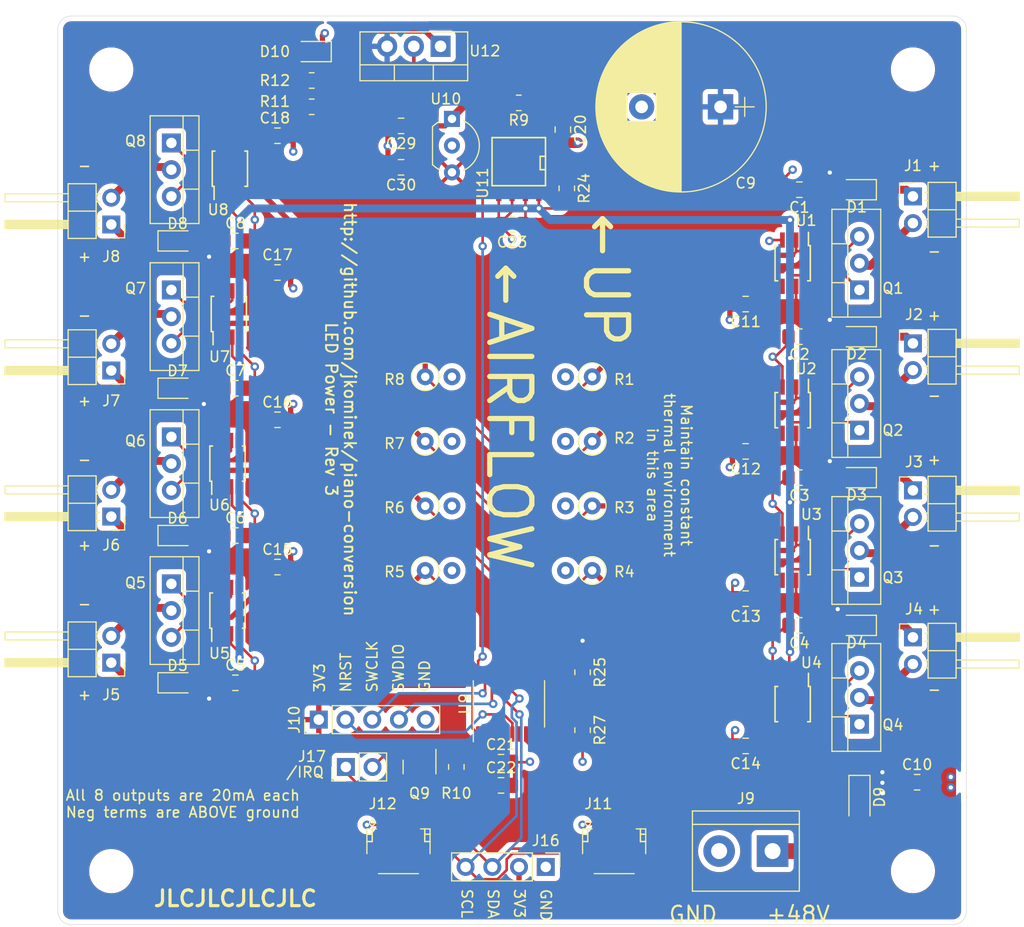
<source format=kicad_pcb>
(kicad_pcb (version 20211014) (generator pcbnew)
  (layers (0 "F.Cu" signal) (1 "In1.Cu" signal) (2 "In2.Cu" signal) (31 "B.Cu" signal) (34 "B.Paste" user) (35 "F.Paste" user) (36 "B.SilkS" user "B.Silkscreen") (37 "F.SilkS" user "F.Silkscreen") (38 "B.Mask" user) (39 "F.Mask" user) (44 "Edge.Cuts" user))
  (net 0 "")
  (net 1 "GND")
  (net 2 "+48V")
  (net 3 "+5V")
  (net 4 "Net-(J1-Pad2)")
  (net 5 "Net-(J2-Pad2)")
  (net 6 "Net-(J3-Pad2)")
  (net 7 "Net-(J4-Pad2)")
  (net 8 "Net-(J5-Pad2)")
  (net 9 "Net-(J6-Pad2)")
  (net 10 "Net-(J7-Pad2)")
  (net 11 "Net-(J8-Pad2)")
  (net 12 "Net-(Q1-Pad1)")
  (net 13 "Net-(Q2-Pad1)")
  (net 14 "Net-(Q3-Pad1)")
  (net 15 "Net-(Q4-Pad1)")
  (net 16 "Net-(Q5-Pad1)")
  (net 17 "Net-(Q6-Pad1)")
  (net 18 "Net-(Q7-Pad1)")
  (net 19 "Net-(Q8-Pad1)")
  (net 20 "/VREF")
  (net 21 "Net-(C1-Pad1)")
  (net 22 "Net-(C2-Pad1)")
  (net 23 "Net-(C3-Pad1)")
  (net 24 "Net-(C4-Pad1)")
  (net 25 "Net-(C5-Pad1)")
  (net 26 "Net-(C6-Pad1)")
  (net 27 "Net-(C7-Pad1)")
  (net 28 "Net-(C8-Pad1)")
  (net 29 "Net-(D9-Pad2)")
  (net 30 "Net-(D10-Pad2)")
  (net 31 "+3V3")
  (net 32 "/SDA")
  (net 33 "/SCL")
  (net 34 "/Feedback1")
  (net 35 "/Feedback2")
  (net 36 "/Feedback3")
  (net 37 "/Feedback4")
  (net 38 "/Feedback5")
  (net 39 "/Feedback6")
  (net 40 "/Feedback7")
  (net 41 "/Feedback8")
  (net 42 "Net-(R11-Pad2)")
  (net 43 "/~{SHDN}")
  (net 44 "/48V_SENSE")
  (net 45 "Net-(J17-Pad1)")
  (net 46 "+12V")
  (net 47 "/NRST")
  (net 48 "/SWCLK")
  (net 49 "/SWDIO")
  (net 76 "Net-(Q9-Pad1)")
  (net 77 "/IRQ")
  (footprint "Capacitor_SMD:C_0805_2012Metric_Pad1.18x1.45mm_HandSolder" (layer "F.Cu") (at 141.605 87.63 180)
    (fp_text reference "C1")
    (fp_text value ".1uF")
  )
  (footprint "Capacitor_SMD:C_0805_2012Metric_Pad1.18x1.45mm_HandSolder" (layer "F.Cu") (at 141.605 115 180)
    (fp_text reference "C3")
    (fp_text value ".1uF")
  )
  (footprint "Capacitor_SMD:C_0805_2012Metric_Pad1.18x1.45mm_HandSolder" (layer "F.Cu") (at 141.605 129.04 180)
    (fp_text reference "C4")
    (fp_text value ".1uF")
  )
  (footprint "Capacitor_SMD:C_0805_2012Metric_Pad1.18x1.45mm_HandSolder" (layer "F.Cu") (at 88 134.5)
    (fp_text reference "C5")
    (fp_text value ".1uF")
  )
  (footprint "Capacitor_SMD:C_0805_2012Metric_Pad1.18x1.45mm_HandSolder" (layer "F.Cu") (at 88 120.5)
    (fp_text reference "C6")
    (fp_text value ".1uF")
  )
  (footprint "Capacitor_SMD:C_0805_2012Metric_Pad1.18x1.45mm_HandSolder" (layer "F.Cu") (at 88 106.5)
    (fp_text reference "C7")
    (fp_text value ".1uF")
  )
  (footprint "Capacitor_SMD:C_0805_2012Metric_Pad1.18x1.45mm_HandSolder" (layer "F.Cu") (at 88 92.5)
    (fp_text reference "C8")
    (fp_text value ".1uF")
  )
  (footprint "Capacitors_THT:CP_Radial_D16.0mm_P7.50mm" (layer "F.Cu") (at 134.112 79.756 180)
    (fp_text reference "C9")
    (fp_text value "Lots")
  )
  (footprint "Capacitor_SMD:C_0805_2012Metric_Pad1.18x1.45mm_HandSolder" (layer "F.Cu") (at 152.8 143.95)
    (fp_text reference "C10")
    (fp_text value ".1uF")
  )
  (footprint "Pin_Headers:Pin_Header_Angled_1x02_Pitch2.54mm" (layer "F.Cu") (at 76.2 132.588 180)
    (fp_text reference "J5")
    (fp_text value "String5")
  )
  (footprint "Pin_Headers:Pin_Header_Angled_1x02_Pitch2.54mm" (layer "F.Cu") (at 76.2 118.702666 180)
    (fp_text reference "J6")
    (fp_text value "String6")
  )
  (footprint "Pin_Headers:Pin_Header_Angled_1x02_Pitch2.54mm" (layer "F.Cu") (at 76.2 104.817333 180)
    (fp_text reference "J7")
    (fp_text value "String7")
  )
  (footprint "Pin_Headers:Pin_Header_Angled_1x02_Pitch2.54mm" (layer "F.Cu") (at 76.2 90.932 180)
    (fp_text reference "J8")
    (fp_text value "String8")
  )
  (footprint "Resistors_THT:R_Axial_DIN0207_L6.3mm_D2.5mm_P2.54mm_Vertical" (layer "F.Cu") (at 121.92 105.41 180)
    (fp_text reference "R1")
    (fp_text value "100")
  )
  (footprint "Resistors_THT:R_Axial_DIN0207_L6.3mm_D2.5mm_P2.54mm_Vertical" (layer "F.Cu") (at 121.92 111.548333 180)
    (fp_text reference "R2")
    (fp_text value "100")
  )
  (footprint "Resistors_THT:R_Axial_DIN0207_L6.3mm_D2.5mm_P2.54mm_Vertical" (layer "F.Cu") (at 121.92 117.686666 180)
    (fp_text reference "R3")
    (fp_text value "100")
  )
  (footprint "Resistors_THT:R_Axial_DIN0207_L6.3mm_D2.5mm_P2.54mm_Vertical" (layer "F.Cu") (at 121.92 123.825 180)
    (fp_text reference "R4")
    (fp_text value "100")
  )
  (footprint "Resistors_THT:R_Axial_DIN0207_L6.3mm_D2.5mm_P2.54mm_Vertical" (layer "F.Cu") (at 106.045 123.825)
    (fp_text reference "R5")
    (fp_text value "100")
  )
  (footprint "Resistors_THT:R_Axial_DIN0207_L6.3mm_D2.5mm_P2.54mm_Vertical" (layer "F.Cu") (at 106.045 117.686666)
    (fp_text reference "R6")
    (fp_text value "100")
  )
  (footprint "Resistors_THT:R_Axial_DIN0207_L6.3mm_D2.5mm_P2.54mm_Vertical" (layer "F.Cu") (at 106.045 111.548333)
    (fp_text reference "R7")
    (fp_text value "100")
  )
  (footprint "Resistors_THT:R_Axial_DIN0207_L6.3mm_D2.5mm_P2.54mm_Vertical" (layer "F.Cu") (at 106.045 105.41)
    (fp_text reference "R8")
    (fp_text value "100")
  )
  (footprint "Pin_Headers:Pin_Header_Angled_1x02_Pitch2.54mm" (layer "F.Cu") (at 152.4 116.205)
    (fp_text reference "J3")
    (fp_text value "String3")
  )
  (footprint "Capacitor_SMD:C_0805_2012Metric_Pad1.18x1.45mm_HandSolder" (layer "F.Cu") (at 141.605 101.6 180)
    (fp_text reference "C2")
    (fp_text value ".1uF")
  )
  (footprint "Pin_Headers:Pin_Header_Angled_1x02_Pitch2.54mm" (layer "F.Cu") (at 152.4 102.235)
    (fp_text reference "J2")
    (fp_text value "String2")
  )
  (footprint "Pin_Headers:Pin_Header_Angled_1x02_Pitch2.54mm" (layer "F.Cu") (at 152.4 88.265)
    (fp_text reference "J1")
    (fp_text value "String1")
  )
  (footprint "Pin_Headers:Pin_Header_Angled_1x02_Pitch2.54mm" (layer "F.Cu") (at 152.4 130.175)
    (fp_text reference "J4")
    (fp_text value "String4")
  )
  (footprint "LED_SMD:LED_0805_2012Metric_Pad1.15x1.40mm_HandSolder" (layer "F.Cu") (at 147.066 87.63 180)
    (fp_text reference "D1")
    (fp_text value "LED")
  )
  (footprint "LED_SMD:LED_0805_2012Metric_Pad1.15x1.40mm_HandSolder" (layer "F.Cu") (at 147.066 115 180)
    (fp_text reference "D3")
    (fp_text value "LED")
  )
  (footprint "LED_SMD:LED_0805_2012Metric_Pad1.15x1.40mm_HandSolder" (layer "F.Cu") (at 147.066 129.04 180)
    (fp_text reference "D4")
    (fp_text value "LED")
  )
  (footprint "LED_SMD:LED_0805_2012Metric_Pad1.15x1.40mm_HandSolder" (layer "F.Cu") (at 82.5 134.5)
    (fp_text reference "D5")
    (fp_text value "LED")
  )
  (footprint "LED_SMD:LED_0805_2012Metric_Pad1.15x1.40mm_HandSolder" (layer "F.Cu") (at 82.5 120.5)
    (fp_text reference "D6")
    (fp_text value "LED")
  )
  (footprint "LED_SMD:LED_0805_2012Metric_Pad1.15x1.40mm_HandSolder" (layer "F.Cu") (at 82.5 106.5)
    (fp_text reference "D7")
    (fp_text value "LED")
  )
  (footprint "Connectors_Terminal_Blocks:TerminalBlock_bornier-2_P5.08mm" (layer "F.Cu") (at 139.061 150.495 180)
    (fp_text reference "J9")
    (fp_text value "PowerInput")
  )
  (footprint "LED_SMD:LED_0805_2012Metric_Pad1.15x1.40mm_HandSolder" (layer "F.Cu") (at 147.066 101.6 180)
    (fp_text reference "D2")
    (fp_text value "LED")
  )
  (footprint "Capacitor_SMD:C_0805_2012Metric_Pad1.18x1.45mm_HandSolder" (layer "F.Cu") (at 136.5 98.5 180)
    (fp_text reference "C11")
    (fp_text value ".1uF")
  )
  (footprint "Capacitor_SMD:C_0805_2012Metric_Pad1.18x1.45mm_HandSolder" (layer "F.Cu") (at 136.5 112.5 180)
    (fp_text reference "C12")
    (fp_text value ".1uF")
  )
  (footprint "Capacitor_SMD:C_0805_2012Metric_Pad1.18x1.45mm_HandSolder" (layer "F.Cu") (at 136.5 126.5 180)
    (fp_text reference "C13")
    (fp_text value ".1uF")
  )
  (footprint "Capacitor_SMD:C_0805_2012Metric_Pad1.18x1.45mm_HandSolder" (layer "F.Cu") (at 136.5 140.5 180)
    (fp_text reference "C14")
    (fp_text value ".1uF")
  )
  (footprint "Capacitor_SMD:C_0805_2012Metric_Pad1.18x1.45mm_HandSolder" (layer "F.Cu") (at 92 123.5)
    (fp_text reference "C15")
    (fp_text value ".1uF")
  )
  (footprint "Capacitor_SMD:C_0805_2012Metric_Pad1.18x1.45mm_HandSolder" (layer "F.Cu") (at 92 109.5)
    (fp_text reference "C16")
    (fp_text value ".1uF")
  )
  (footprint "Capacitor_SMD:C_0805_2012Metric_Pad1.18x1.45mm_HandSolder" (layer "F.Cu") (at 92 95.5)
    (fp_text reference "C17")
    (fp_text value ".1uF")
  )
  (footprint "Capacitor_SMD:C_0805_2012Metric_Pad1.18x1.45mm_HandSolder" (layer "F.Cu") (at 92 82.5)
    (fp_text reference "C18")
    (fp_text value ".1uF")
  )
  (footprint "SMD_Packages:SOIC-8-N" (layer "F.Cu") (at 114.935 84.963 180)
    (fp_text reference "U11")
    (fp_text value "MCP1501")
  )
  (footprint "Capacitor_SMD:C_0805_2012Metric_Pad1.18x1.45mm_HandSolder" (layer "F.Cu") (at 103.75 81.563 180)
    (fp_text reference "C29")
    (fp_text value "2.2uF")
  )
  (footprint "Capacitor_SMD:C_0805_2012Metric_Pad1.18x1.45mm_HandSolder" (layer "F.Cu") (at 119.126 81.915 -90)
    (fp_text reference "C20")
    (fp_text value ".1uF")
  )
  (footprint "Capacitor_SMD:C_0805_2012Metric_Pad1.18x1.45mm_HandSolder" (layer "F.Cu") (at 103.75 85.5 180)
    (fp_text reference "C30")
    (fp_text value ".1uF")
  )
  (footprint "TO_SOT_Packages_THT:TO-220-3_Vertical" (layer "F.Cu") (at 147.32 97.155 90)
    (fp_text reference "Q1")
    (fp_text value "Q_NMOS_GDS")
  )
  (footprint "TO_SOT_Packages_THT:TO-220-3_Vertical" (layer "F.Cu") (at 147.32 110.49 90)
    (fp_text reference "Q2")
    (fp_text value "Q_NMOS_GDS")
  )
  (footprint "TO_SOT_Packages_THT:TO-220-3_Vertical" (layer "F.Cu") (at 147.32 124.46 90)
    (fp_text reference "Q3")
    (fp_text value "Q_NMOS_GDS")
  )
  (footprint "TO_SOT_Packages_THT:TO-220-3_Vertical" (layer "F.Cu") (at 147.32 138.43 90)
    (fp_text reference "Q4")
    (fp_text value "Q_NMOS_GDS")
  )
  (footprint "TO_SOT_Packages_THT:TO-220-3_Vertical" (layer "F.Cu") (at 81.915 125.095 -90)
    (fp_text reference "Q5")
    (fp_text value "Q_NMOS_GDS")
  )
  (footprint "TO_SOT_Packages_THT:TO-220-3_Vertical" (layer "F.Cu") (at 81.915 111.125 -90)
    (fp_text reference "Q6")
    (fp_text value "Q_NMOS_GDS")
  )
  (footprint "TO_SOT_Packages_THT:TO-220-3_Vertical" (layer "F.Cu") (at 81.915 97.155 -90)
    (fp_text reference "Q7")
    (fp_text value "Q_NMOS_GDS")
  )
  (footprint "TO_SOT_Packages_THT:TO-220-3_Vertical" (layer "F.Cu") (at 81.915 83.185 -90)
    (fp_text reference "Q8")
    (fp_text value "Q_NMOS_GDS")
  )
  (footprint "Housings_SSOP:MSOP-8_3x3mm_Pitch0.65mm" (layer "F.Cu") (at 140.97 108.585 -90)
    (fp_text reference "U2")
    (fp_text value "MCP6V51")
  )
  (footprint "Housings_SSOP:MSOP-8_3x3mm_Pitch0.65mm" (layer "F.Cu") (at 140.97 122.555 -90)
    (fp_text reference "U3")
    (fp_text value "MCP6V51")
  )
  (footprint "Housings_SSOP:MSOP-8_3x3mm_Pitch0.65mm" (layer "F.Cu") (at 140.97 136.525 -90)
    (fp_text reference "U4")
    (fp_text value "MCP6V51")
  )
  (footprint "Housings_SSOP:MSOP-8_3x3mm_Pitch0.65mm" (layer "F.Cu") (at 87.249 127.635 90)
    (fp_text reference "U5")
    (fp_text value "MCP6V51")
  )
  (footprint "Housings_SSOP:MSOP-8_3x3mm_Pitch0.65mm" (layer "F.Cu") (at 87.249 113.665 90)
    (fp_text reference "U6")
    (fp_text value "MCP6V51")
  )
  (footprint "Housings_SSOP:MSOP-8_3x3mm_Pitch0.65mm" (layer "F.Cu") (at 87.376 99.441 90)
    (fp_text reference "U7")
    (fp_text value "MCP6V51")
  )
  (footprint "Housings_SSOP:MSOP-8_3x3mm_Pitch0.65mm" (layer "F.Cu") (at 87.47506 85.63356 90)
    (fp_text reference "U8")
    (fp_text value "MCP6V51")
  )
  (footprint "LED_SMD:LED_0805_2012Metric_Pad1.15x1.40mm_HandSolder" (layer "F.Cu") (at 82.5 92.5)
    (fp_text reference "D8")
    (fp_text value "LED")
  )
  (footprint "Housings_SSOP:MSOP-8_3x3mm_Pitch0.65mm" (layer "F.Cu") (at 140.97 94.615 -90)
    (fp_text reference "U1")
    (fp_text value "MCP6V51")
  )
  (footprint "Diodes_SMD:D_SOD-123F" (layer "F.Cu") (at 147.32 145.5 -90)
    (fp_text reference "D9")
    (fp_text value "D_Small_ALT")
  )
  (footprint "Connectors_JST:JST_SH_SM04B-SRSS-TB_04x1.00mm_Angled" (layer "F.Cu") (at 124 150)
    (fp_text reference "J11")
    (fp_text value "Qwiic")
  )
  (footprint "Capacitor_SMD:C_0805_2012Metric_Pad1.18x1.45mm_HandSolder" (layer "F.Cu") (at 113.25 142.0475)
    (fp_text reference "C21")
    (fp_text value "4.7uF")
  )
  (footprint "Capacitor_SMD:C_0805_2012Metric_Pad1.18x1.45mm_HandSolder" (layer "F.Cu") (at 113.25 144.25)
    (fp_text reference "C22")
    (fp_text value "0.1uF")
  )
  (footprint "Resistor_SMD:R_0805_2012Metric_Pad1.20x1.40mm_HandSolder" (layer "F.Cu") (at 114.935 79.375 180)
    (fp_text reference "R9")
    (fp_text value "3600")
  )
  (footprint "Capacitor_SMD:C_0805_2012Metric_Pad1.18x1.45mm_HandSolder" (layer "F.Cu") (at 114.3 90.932 180)
    (fp_text reference "C23")
    (fp_text value "300pF")
  )
  (footprint "TO_SOT_Packages_THT:TO-92_Inline_Wide" (layer "F.Cu") (at 108.585 80.899 -90)
    (fp_text reference "U10")
    (fp_text value "L78L05ACZ-AP")
  )
  (footprint "Connectors_JST:JST_SH_SM04B-SRSS-TB_04x1.00mm_Angled" (layer "F.Cu") (at 103.5 150)
    (fp_text reference "J12")
    (fp_text value "Qwiic")
  )
  (footprint "MountingHole:MountingHole_3.2mm_M3" (layer "F.Cu") (at 152.4 76.2)
    (fp_text reference "H1" hide)
    (fp_text value "MountingHole_Pad")
  )
  (footprint "MountingHole:MountingHole_3.2mm_M3" (layer "F.Cu") (at 152.4 152.4)
    (fp_text reference "H2" hide)
    (fp_text value "MountingHole_Pad")
  )
  (footprint "MountingHole:MountingHole_3.2mm_M3" (layer "F.Cu") (at 76.2 152.4)
    (fp_text reference "H3" hide)
    (fp_text value "MountingHole_Pad")
  )
  (footprint "MountingHole:MountingHole_3.2mm_M3" (layer "F.Cu") (at 76.2 76.2)
    (fp_text reference "H4" hide)
    (fp_text value "MountingHole_Pad")
  )
  (footprint "Pin_Headers:Pin_Header_Straight_1x04_Pitch2.54mm" (layer "F.Cu") (at 117.5 152 -90)
    (fp_text reference "J16")
    (fp_text value "I2C Header")
  )
  (footprint "Resistor_SMD:R_0805_2012Metric_Pad1.20x1.40mm_HandSolder" (layer "F.Cu") (at 119.5 87.5 -90)
    (fp_text reference "R24")
    (fp_text value "2400")
  )
  (footprint "Resistor_SMD:R_0805_2012Metric_Pad1.20x1.40mm_HandSolder" (layer "F.Cu") (at 121 133.5 -90)
    (fp_text reference "R25")
    (fp_text value "110k")
  )
  (footprint "Resistor_SMD:R_0805_2012Metric_Pad1.20x1.40mm_HandSolder" (layer "F.Cu") (at 121 139 -90)
    (fp_text reference "R27")
    (fp_text value "4.7k")
  )
  (footprint "Pin_Headers:Pin_Header_Straight_1x02_Pitch2.54mm" (layer "F.Cu") (at 98.5 142.5 90)
    (fp_text reference "J17")
    (fp_text value "IRQ")
  )
  (footprint "LED_SMD:LED_0805_2012Metric_Pad1.15x1.40mm_HandSolder" (layer "F.Cu") (at 95.25 74.5 180)
    (fp_text reference "D10")
    (fp_text value "2.2Vf")
  )
  (footprint "Package_TO_SOT_SMD:SOT-23" (layer "F.Cu") (at 105.5 142.5 -90)
    (fp_text reference "Q9")
    (fp_text value "Q_NPN_BEC")
  )
  (footprint "Resistor_SMD:R_0805_2012Metric_Pad1.20x1.40mm_HandSolder" (layer "F.Cu") (at 109 142.5 90)
    (fp_text reference "R10")
    (fp_text value "10k")
  )
  (footprint "Resistor_SMD:R_0805_2012Metric_Pad1.20x1.40mm_HandSolder" (layer "F.Cu") (at 95.25 77.25 180)
    (fp_text reference "R12")
    (fp_text value "6800")
  )
  (footprint "Connector_PinHeader_2.54mm:PinHeader_1x05_P2.54mm_Vertical" (layer "F.Cu") (at 95.925 138 90)
    (fp_text reference "J10")
    (fp_text value "Conn_01x05_Male")
  )
  (footprint "Package_TO_SOT_THT:TO-220-3_Vertical" (layer "F.Cu") (at 107.5 74 180)
    (fp_text reference "U12")
    (fp_text value "LM317_TO-220")
  )
  (footprint "Package_SO:TSSOP-20_4.4x6.5mm_P0.65mm" (layer "F.Cu") (at 114 136.5 90)
    (fp_text reference "U9")
    (fp_text value "STM32G030Fx")
  )
  (footprint "Resistor_SMD:R_0805_2012Metric_Pad1.20x1.40mm_HandSolder" (layer "F.Cu") (at 95.25 79.75)
    (fp_text reference "R11")
    (fp_text value "1000")
  )
  (gr_line (start 71.12 156.21) (end 71.12 72.39) (layer "Edge.Cuts") (width 0.05))
  (gr_line (start 157.48 72.39) (end 157.48 156.21) (layer "Edge.Cuts") (width 0.05))
  (gr_arc (start 72.39 157.48) (mid 71.491974 157.108026) (end 71.12 156.21) (layer "Edge.Cuts") (width 0.05))
  (gr_arc (start 157.48 156.21) (mid 157.108026 157.108026) (end 156.21 157.48) (layer "Edge.Cuts") (width 0.05))
  (gr_arc (start 156.21 71.12) (mid 157.108026 71.491974) (end 157.48 72.39) (layer "Edge.Cuts") (width 0.05))
  (gr_arc (start 71.12 72.39) (mid 71.491974 71.491974) (end 72.39 71.12) (layer "Edge.Cuts") (width 0.05))
  (gr_line (start 72.39 71.12) (end 156.21 71.12) (layer "Edge.Cuts") (width 0.05))
  (gr_line (start 156.21 157.48) (end 72.39 157.48) (layer "Edge.Cuts") (width 0.05))
  (gr_text "+" (at 73.66 107.696) (layer "F.SilkS") (effects (font (size 1 1))))
  (gr_text "+" (at 73.66 121.412) (layer "F.SilkS") (effects (font (size 1 1))))
  (gr_text "+" (at 73.66 135.636) (layer "F.SilkS") (effects (font (size 1 1))))
  (gr_text "+" (at 154.432 127.508) (layer "F.SilkS") (effects (font (size 1 1))))
  (gr_text "+" (at 154.432 113.284) (layer "F.SilkS") (effects (font (size 1 1))))
  (gr_text "+" (at 154.432 99.568) (layer "F.SilkS") (effects (font (size 1 1))))
  (gr_text "+" (at 154.432 85.344) (layer "F.SilkS") (effects (font (size 1 1))))
  (gr_text "-" (at 154.432 93.472) (layer "F.SilkS") (effects (font (size 1 1))))
  (gr_text "-" (at 154.432 107.188) (layer "F.SilkS") (effects (font (size 1 1))))
  (gr_text "-" (at 154.432 121.412) (layer "F.SilkS") (effects (font (size 1 1))))
  (gr_text "-" (at 154.432 135.128) (layer "F.SilkS") (effects (font (size 1 1))))
  (gr_text "-" (at 73.66 127) (layer "F.SilkS") (effects (font (size 1 1))))
  (gr_text "-" (at 73.66 113.284) (layer "F.SilkS") (effects (font (size 1 1))))
  (gr_text "-" (at 73.66 99.568) (layer "F.SilkS") (effects (font (size 1 1))))
  (gr_text "-" (at 73.66 85.344) (layer "F.SilkS") (effects (font (size 1 1))))
  (gr_text "SCL" (at 110 154 270) (layer "F.SilkS") (effects (font (size 1 1)) (justify left)))
  (gr_text "All 8 outputs are 20mA each\nNeg terms are ABOVE ground" (at 83 146) (layer "F.SilkS") (effects (font (size 1 1))))
  (gr_text "/IRQ" (at 96.5 143) (layer "F.SilkS") (effects (font (size 1 1)) (justify right)))
  (gr_text "3V3" (at 115 154 270) (layer "F.SilkS") (effects (font (size 1 1)) (justify left)))
  (gr_text "GND" (at 105.983984 135.485884 90) (layer "F.SilkS") (effects (font (size 1 1)) (justify left)))
  (gr_text "←AIRFLOW" (at 114 109 270) (layer "F.SilkS") (effects (font (size 4 4) (thickness 0.5))))
  (gr_text "GND" (at 117.5 154 270) (layer "F.SilkS") (effects (font (size 1 1)) (justify left)))
  (gr_text "JLCJLCJLCJLC" (at 88 155) (layer "F.SilkS") (effects (font (size 1.5 1.5) (thickness 0.3))))
  (gr_text "NRST" (at 98.5 135.5 90) (layer "F.SilkS") (effects (font (size 1 1)) (justify left)))
  (gr_text "SWCLK" (at 101 135.5 90) (layer "F.SilkS") (effects (font (size 1 1)) (justify left)))
  (gr_text "SWDIO" (at 103.5 135.5 90) (layer "F.SilkS") (effects (font (size 1 1)) (justify left)))
  (gr_text "Maintain constant\nthermal environment\nin this area" (at 129.25 114.75 270) (layer "F.SilkS") (effects (font (size 1 1))))
  (gr_text "http://github.com/jkominek/piano-conversion\nLED Power - Rev 3" (at 98 108.5 270) (layer "F.SilkS") (effects (font (size 1.1 1.1) (thickness 0.18))))
  (gr_text "←UP" (at 123.2 96 270) (layer "F.SilkS") (effects (font (size 4 4) (thickness 0.5))))
  (gr_text "+" (at 73.66 93.98) (layer "F.SilkS") (effects (font (size 1 1))))
  (gr_text "GND" (at 131.5 156.5) (layer "F.SilkS") (effects (font (size 1.5 1.5) (thickness 0.2))))
  (gr_text "SDA" (at 112.5 154 270) (layer "F.SilkS") (effects (font (size 1 1)) (justify left)))
  (gr_text "+48V" (at 141.5 156.5) (layer "F.SilkS") (effects (font (size 1.5 1.5) (thickness 0.2))))
  (gr_text "3V3" (at 96 135.5 90) (layer "F.SilkS") (effects (font (size 1 1)) (justify left)))
  (segment (start 120.543 83.165) (end 119.126 83.165) (width 1) (layer "F.Cu") (net 1))
  (segment (start 113.03 81.788) (end 113.03 83.145) (width 0.25) (layer "F.Cu") (net 1))
  (segment (start 115.55 83.165) (end 113.05 83.165) (width 0.75) (layer "F.Cu") (net 1))
  (segment (start 113.05 83.165) (end 112.4745 83.165) (width 0.75) (layer "F.Cu") (net 1))
  (segment (start 115.55 83.165) (end 115.55 81.808) (width 0.25) (layer "F.Cu") (net 1))
  (segment (start 115.55 81.808) (end 115.57 81.788) (width 0.25) (layer "F.Cu") (net 1))
  (segment (start 113.03 83.145) (end 113.05 83.165) (width 0.25) (layer "F.Cu") (net 1))
  (segment (start 119.126 83.165) (end 115.55 83.165) (width 0.75) (layer "F.Cu") (net 1))
  (segment (start 139.995 106.385) (end 139.995 104.435) (width 0.25) (layer "F.Cu") (net 1))
  (segment (start 93.25 96.75) (end 93.5 97) (width 0.5) (layer "F.Cu") (net 1))
  (segment (start 89.8425 118.4175) (end 89.8425 119.9075) (width 0.25) (layer "F.Cu") (net 1))
  (segment (start 122.5 147.9225) (end 121.0775 147.9225) (width 0.25) (layer "F.Cu") (net 1))
  (segment (start 140.355 102.469) (end 139.319 103.505) (width 0.25) (layer "F.Cu") (net 1))
  (segment (start 102.5 85.5) (end 102.5 85.373) (width 0.5) (layer "F.Cu") (net 1))
  (segment (start 102.5 85.5) (end 102.5 83.488) (width 0.5) (layer "F.Cu") (net 1))
  (segment (start 135.25 113.75) (end 135 114) (width 0.5) (layer "F.Cu") (net 1))
  (segment (start 135.25 125.25) (end 135.5 125) (width 0.25) (layer "F.Cu") (net 1))
  (segment (start 102.5 83.488) (end 102.48 83.468) (width 0.25) (layer "F.Cu") (net 1))
  (segment (start 139.995 92.415) (end 138.835 92.415) (width 0.25) (layer "F.Cu") (net 1))
  (segment (start 139.995 118.405) (end 139.065 117.475) (width 0.25) (layer "F.Cu") (net 1))
  (segment (start 114.5 142.0475) (end 115.9525 142.0475) (width 0.25) (layer "F.Cu") (net 1))
  (segment (start 140.355 101.6) (end 140.355 102.469) (width 0.25) (layer "F.Cu") (net 1))
  (segment (start 114.3 92.329) (end 114.3 92.182) (width 0.25) (layer "F.Cu") (net 1))
  (segment (start 93.25 123.5) (end 93.25 122.25) (width 0.5) (layer "F.Cu") (net 1))
  (segment (start 135.25 140.5) (end 135.25 139.25) (width 0.25) (layer "F.Cu") (net 1))
  (segment (start 113.675 141.2225) (end 114.5 142.0475) (width 0.25) (layer "F.Cu") (net 1))
  (segment (start 89.8425 132.3875) (end 89.8425 133.4075) (width 0.25) (layer "F.Cu") (net 1))
  (segment (start 88.351 102.956) (end 89.8425 104.4475) (width 0.25) (layer "F.Cu") (net 1))
  (segment (start 121 142) (end 121 140.35) (width 0.25) (layer "F.Cu") (net 1))
  (segment (start 139.065 131.445) (end 139.065 130.33) (width 0.25) (layer "F.Cu") (net 1))
  (segment (start 104.55 141.5625) (end 101.9775 141.5625) (width 0.25) (layer "F.Cu") (net 1))
  (segment (start 119.126 85.776) (end 119.5 86.15) (width 0.25) (layer "F.Cu") (net 1))
  (segment (start 114.3 88.138) (end 114.3 89.682) (width 0.25) (layer "F.Cu") (net 1))
  (segment (start 88.224 115.865) (end 88.224 116.799) (width 0.25) (layer "F.Cu") (net 1))
  (segment (start 121.0775 147.9225) (end 121 148) (width 0.25) (layer "F.Cu") (net 1))
  (segment (start 93.25 95.5) (end 93.25 96.75) (width 0.5) (layer "F.Cu") (net 1))
  (segment (start 139.065 130.33) (end 140.355 129.04) (width 0.25) (layer "F.Cu") (net 1))
  (segment (start 114.3 89.682) (end 113.05 90.932) (width 0.25) (layer "F.Cu") (net 1))
  (segment (start 115.9525 142.0475) (end 116 142) (width 0.25) (layer "F.Cu") (net 1))
  (segment (start 135.25 126.5) (end 135.25 125.25) (width 0.25) (layer "F.Cu") (net 1))
  (segment (start 96.275 72.975) (end 96.5 72.75) (width 0.5) (layer "F.Cu") (net 1))
  (segment (start 113.03 90.912) (end 113.05 90.932) (width 0.25) (layer "F.Cu") (net 1))
  (segment (start 114.5 142.0475) (end 114.5 143.9525) (width 0.25) (layer "F.Cu") (net 1))
  (segment (start 139.995 120.355) (end 139.995 118.405) (width 0.25) (layer "F.Cu") (net 1))
  (segment (start 113.03 88.138) (end 113.03 90.912) (width 0.25) (layer "F.Cu") (net 1))
  (segment (start 135.25 112.5) (end 135.25 113.75) (width 0.5) (layer "F.Cu") (net 1))
  (segment (start 89.8425 89.226) (end 88.45006 87.83356) (width 0.25) (layer "F.Cu") (net 1))
  (segment (start 88.351 101.641) (end 88.351 102.956) (width 0.25) (layer "F.Cu") (net 1))
  (segment (start 88.224 116.799) (end 89.8425 118.4175) (width 0.25) (layer "F.Cu") (net 1))
  (segment (start 88.224 129.835) (end 88.224 130.769) (width 0.25) (layer "F.Cu") (net 1))
  (segment (start 101.9775 141.5625) (end 101.04 142.5) (width 0.25) (layer "F.Cu") (net 1))
  (segment (start 114.3 92.182) (end 113.05 90.932) (width 0.25) (layer "F.Cu") (net 1))
  (segment (start 89.8425 119.9075) (end 89.25 120.5) (width 0.25) (layer "F.Cu") (net 1))
  (segment (start 135.25 139.25) (end 135.5 139) (width 0.25) (layer "F.Cu") (net 1))
  (segment (start 140.355 87.63) (end 140.355 86.34) (width 0.25) (layer "F.Cu") (net 1))
  (segment (start 135 98.75) (end 135.25 98.5) (width 0.5) (layer "F.Cu") (net 1))
  (segment (start 89.8425 90.4775) (end 89.8425 91.9075) (width 0.25) (layer "F.Cu") (net 1))
  (segment (start 102.5 81.563) (end 102.5 83.448) (width 0.5) (layer "F.Cu") (net 1))
  (segment (start 88.224 130.769) (end 89.8425 132.3875) (width 0.25) (layer "F.Cu") (net 1))
  (segment (start 138.835 92.415) (end 138.75 92.5) (width 0.25) (layer "F.Cu") (net 1))
  (segment (start 108.458 83.439) (end 108.458 83.312) (width 0.5) (layer "F.Cu") (net 1))
  (segment (start 93.5 84) (end 93.5 82.75) (width 0.5) (layer "F.Cu") (net 1))
  (segment (start 139.995 104.435) (end 139.065 103.505) (width 0.25) (layer "F.Cu") (net 1))
  (segment (start 139.065 116.29) (end 140.355 115) (width 0.25) (layer "F.Cu") (net 1))
  (segment (start 119.126 83.165) (end 119.126 85.776) (width 0.25) (layer "F.Cu") (net 1))
  (segment (start 140.355 86.34) (end 140.97 85.725) (width 0.25) (layer "F.Cu") (net 1))
  (segment (start 89.8425 104.4475) (end 89.8425 105.9075) (width 0.25) (layer "F.Cu") (net 1))
  (segment (start 96.275 74.5) (end 96.275 72.975) (width 0.5) (layer "F.Cu") (net 1))
  (segment (start 100.5 148) (end 101.9225 148) (width 0.25) (layer "F.Cu") (net 1))
  (segment (start 89.8425 105.9075) (end 89.25 106.5) (width 0.25) (layer "F.Cu") (net 1))
  (segment (start 89.8425 133.4075) (end 89.25 134) (width 0.25) (layer "F.Cu") (net 1))
  (segment (start 93.25 122.25) (end 93.5 122) (width 0.5) (layer "F.Cu") (net 1))
  (segment (start 101.9225 148) (end 102 147.9225) (width 0.25) (layer "F.Cu") (net 1))
  (segment (start 139.065 117.475) (end 139.065 116.29) (width 0.25) (layer "F.Cu") (net 1))
  (segment (start 89.8425 90.4775) (end 89.8425 89.226) (width 0.25) (layer "F.Cu") (net 1))
  (segment (start 89.8425 91.9075) (end 89.25 92.5) (width 0.25) (layer "F.Cu") (net 1))
  (segment (start 93.25 108.25) (end 93.5 108) (width 0.5) (layer "F.Cu") (net 1))
  (segment (start 93.5 82.75) (end 93.25 82.5) (width 0.5) (layer "F.Cu") (net 1))
  (segment (start 93.25 109.5) (end 93.25 108.25) (width 0.5) (layer "F.Cu") (net 1))
  (segment (start 102.5 83.448) (end 102.48 83.468) (width 0.25) (layer "F.Cu") (net 1))
  (segment (start 135 100) (end 135 98.75) (width 0.5) (layer "F.Cu") (net 1))
  (segment (start 113.675 139.3625) (end 113.675 141.2225) (width 0.25) (layer "F.Cu") (net 1))
  (segment (start 139.065 133.395) (end 139.995 134.325) (width 0.25) (layer "F.Cu") (net 1))
  (segment (start 139.065 131.445) (end 139.065 133.395) (width 0.25) (layer "F.Cu") (net 1))
  (via (at 135 114) (size 0.8) (drill 0.4) (layers "F.Cu" "B.Cu") (net 1))
  (via (at 135.5 125) (size 0.8) (drill 0.4) (layers "F.Cu" "B.Cu") (net 1))
  (via (at 135.5 139) (size 0.8) (drill 0.4) (layers "F.Cu" "B.Cu") (net 1))
  (via (at 93.5 84) (size 0.8) (drill 0.4) (layers "F.Cu" "B.Cu") (net 1))
  (via (at 93.5 97) (size 0.8) (drill 0.4) (layers "F.Cu" "B.Cu") (net 1))
  (via (at 93.5 108) (size 0.8) (drill 0.4) (layers "F.Cu" "B.Cu") (net 1))
  (via (at 93.5 122) (size 0.8) (drill 0.4) (layers "F.Cu" "B.Cu") (net 1))
  (via (at 114.3 92.329) (size 0.8) (drill 0.4) (layers "F.Cu" "B.Cu") (net 1))
  (via (at 120.543 83.165) (size 0.8) (drill 0.4) (layers "F.Cu" "B.Cu") (net 1))
  (via (at 102.48 83.468) (size 0.8) (drill 0.4) (layers "F.Cu" "B.Cu") (net 1))
  (via (at 116 142) (size 0.8) (drill 0.4) (layers "F.Cu" "B.Cu") (net 1))
  (via (at 139.065 117.475) (size 0.8) (drill 0.4) (layers "F.Cu" "B.Cu") (net 1))
  (via (at 139.065 131.445) (size 0.8) (drill 0.4) (layers "F.Cu" "B.Cu") (net 1))
  (via (at 140.97 85.725) (size 0.8) (drill 0.4) (layers "F.Cu" "B.Cu") (net 1))
  (via (at 156 143.45) (size 0.8) (drill 0.4) (layers "F.Cu" "B.Cu") (net 1))
  (via (at 89.8425 104.4475) (size 0.8) (drill 0.4) (layers "F.Cu" "B.Cu") (net 1))
  (via (at 100.5 148) (size 0.8) (drill 0.4) (layers "F.Cu" "B.Cu") (net 1))
  (via (at 121 148) (size 0.8) (drill 0.4) (layers "F.Cu" "B.Cu") (net 1))
  (via (at 156 144.45) (size 0.8) (drill 0.4) (layers "F.Cu" "B.Cu") (net 1))
  (via (at 135 100) (size 0.8) (drill 0.4) (layers "F.Cu" "B.Cu") (net 1))
  (via (at 96.5 72.75) (size 0.8) (drill 0.4) (layers "F.Cu" "B.Cu") (net 1))
  (via (at 89.8425 118.4175) (size 0.8) (drill 0.4) (layers "F.Cu" "B.Cu") (net 1))
  (via (at 89.8425 132.3875) (size 0.8) (drill 0.4) (layers "F.Cu" "B.Cu") (net 1))
  (via (at 89.8425 90.4775) (size 0.8) (drill 0.4) (layers "F.Cu" "B.Cu") (net 1))
  (via (at 138.75 92.5) (size 0.8) (drill 0.4) (layers "F.Cu" "B.Cu") (net 1))
  (via (at 121 142) (size 0.8) (drill 0.4) (layers "F.Cu" "B.Cu") (net 1))
  (via (at 139.065 103.505) (size 0.8) (drill 0.4) (layers "F.Cu" "B.Cu") (net 1))
  (segment (start 83.85 134.5) (end 84 134.5) (width 0.25) (layer "F.Cu") (net 2))
  (segment (start 83.85 106.85) (end 85 108) (width 0.25) (layer "F.Cu") (net 2))
  (segment (start 145.716 101.6) (end 145.716 101.216) (width 0.25) (layer "F.Cu") (net 2))
  (segment (start 84 92.5) (end 85.5 94) (width 0.25) (layer "F.Cu") (net 2))
  (segment (start 83.85 134.35) (end 83.85 133.985) (width 0.25) (layer "F.Cu") (net 2))
  (segment (start 121 132.15) (end 121 130.5) (width 0.25) (layer "F.Cu") (net 2))
  (segment (start 145.716 101.216) (end 144.5 100) (width 0.25) (layer "F.Cu") (net 2))
  (segment (start 85.35 122) (end 83.85 120.5) (width 0.25) (layer "F.Cu") (net 2))
  (segment (start 145.716 87.216) (end 144.5 86) (width 0.25) (layer "F.Cu") (net 2))
  (segment (start 145.25 128.249) (end 146.041 129.04) (width 0.25) (layer "F.Cu") (net 2))
  (segment (start 83.85 106.5) (end 83.85 106.85) (width 0.25) (layer "F.Cu") (net 2))
  (segment (start 84 134.5) (end 85.5 136) (width 0.25) (layer "F.Cu") (net 2))
  (segment (start 145.716 114.646) (end 144.5 113.43) (width 0.25) (layer "F.Cu") (net 2))
  (segment (start 145.716 87.63) (end 145.716 87.216) (width 0.25) (layer "F.Cu") (net 2))
  (segment (start 145.716 129.54) (end 145.716 129.216) (width 0.25) (layer "F.Cu") (net 2))
  (segment (start 145.716 115) (end 145.716 114.646) (width 0.25) (layer "F.Cu") (net 2))
  (segment (start 145.25 127.5) (end 145.25 128.249) (width 0.25) (layer "F.Cu") (net 2))
  (segment (start 85.5 122) (end 85.35 122) (width 0.25) (layer "F.Cu") (net 2))
  (segment (start 83.85 92.5) (end 84 92.5) (width 0.25) (layer "F.Cu") (net 2))
  (via (at 149.5 144) (size 0.8) (drill 0.4) (layers "F.Cu" "B.Cu") (net 2))
  (via (at 149.5 143) (size 0.8) (drill 0.4) (layers "F.Cu" "B.Cu") (net 2))
  (via (at 145.25 127.5) (size 0.8) (drill 0.4) (layers "F.Cu" "B.Cu") (net 2))
  (via (at 144.5 113.43) (size 0.8) (drill 0.4) (layers "F.Cu" "B.Cu") (net 2))
  (via (at 144.5 100) (size 0.8) (drill 0.4) (layers "F.Cu" "B.Cu") (net 2))
  (via (at 144.5 86) (size 0.8) (drill 0.4) (layers "F.Cu" "B.Cu") (net 2))
  (via (at 85.5 136) (size 0.8) (drill 0.4) (layers "F.Cu" "B.Cu") (net 2))
  (via (at 85.5 122) (size 0.8) (drill 0.4) (layers "F.Cu" "B.Cu") (net 2))
  (via (at 85 108) (size 0.8) (drill 0.4) (layers "F.Cu" "B.Cu") (net 2))
  (via (at 85.5 94) (size 0.8) (drill 0.4) (layers "F.Cu" "B.Cu") (net 2))
  (via (at 121 130.5) (size 0.8) (drill 0.4) (layers "F.Cu" "B.Cu") (net 2))
  (via (at 149.5 145) (size 0.8) (drill 0.4) (layers "F.Cu" "B.Cu") (net 2))
  (segment (start 119.126 80.665) (end 119.102499 80.641499) (width 0.75) (layer "F.Cu") (net 3))
  (segment (start 111.887 77.47) (end 108.458 80.899) (width 0.75) (layer "F.Cu") (net 3))
  (segment (start 116.84 81.788) (end 118.003 81.788) (width 0.25) (layer "F.Cu") (net 3))
  (segment (start 116.205 79.295) (end 116.285 79.375) (width 0.25) (layer "F.Cu") (net 3))
  (segment (start 107.921 81.563) (end 108.585 80.899) (width 0.5) (layer "F.Cu") (net 3))
  (segment (start 118.11 77.47) (end 116.205 77.47) (width 0.75) (layer "F.Cu") (net 3))
  (segment (start 116.205 77.47) (end 116.205 79.295) (width 0.25) (layer "F.Cu") (net 3))
  (segment (start 118.003 81.788) (end 119.126 80.665) (width 0.25) (layer "F.Cu") (net 3))
  (segment (start 119.126 78.486) (end 118.11 77.47) (width 0.75) (layer "F.Cu") (net 3))
  (segment (start 119.126 80.665) (end 119.126 78.486) (width 0.75) (layer "F.Cu") (net 3))
  (segment (start 116.205 77.47) (end 111.887 77.47) (width 0.75) (layer "F.Cu") (net 3))
  (segment (start 105 81.563) (end 107.921 81.563) (width 0.5) (layer "F.Cu") (net 3))
  (segment (start 148.336 94.869) (end 152.4 90.805) (width 0.75) (layer "F.Cu") (net 4))
  (segment (start 147.32 94.869) (end 148.336 94.869) (width 0.75) (layer "F.Cu") (net 4))
  (segment (start 147.32 108.204) (end 148.971 108.204) (width 0.75) (layer "F.Cu") (net 5))
  (segment (start 148.971 108.204) (end 152.4 104.775) (width 0.75) (layer "F.Cu") (net 5))
  (segment (start 148.971 122.174) (end 152.4 118.745) (width 0.75) (layer "F.Cu") (net 6))
  (segment (start 147.32 122.174) (end 148.971 122.174) (width 0.75) (layer "F.Cu") (net 6))
  (segment (start 147.32 136.144) (end 148.971 136.144) (width 0.75) (layer "F.Cu") (net 7))
  (segment (start 148.971 136.144) (end 152.4 132.715) (width 0.75) (layer "F.Cu") (net 7))
  (segment (start 81.915 127.381) (end 78.867 127.381) (width 0.75) (layer "F.Cu") (net 8))
  (segment (start 78.867 127.381) (end 76.2 130.048) (width 0.75) (layer "F.Cu") (net 8))
  (segment (start 81.915 113.411) (end 78.951666 113.411) (width 0.75) (layer "F.Cu") (net 9))
  (segment (start 78.951666 113.411) (end 76.2 116.162666) (width 0.75) (layer "F.Cu") (net 9))
  (segment (start 81.915 99.441) (end 79.036333 99.441) (width 0.75) (layer "F.Cu") (net 10))
  (segment (start 79.036333 99.441) (end 76.2 102.277333) (width 0.75) (layer "F.Cu") (net 10))
  (segment (start 81.915 85.471) (end 79.121 85.471) (width 0.75) (layer "F.Cu") (net 11))
  (segment (start 79.121 85.471) (end 76.2 88.392) (width 0.75) (layer "F.Cu") (net 11))
  (segment (start 147.32 97.155) (end 145.929999 95.764999) (width 0.25) (layer "F.Cu") (net 12))
  (segment (start 140.645 95.929998) (end 140.645 96.815) (width 0.25) (layer "F.Cu") (net 12))
  (segment (start 145.929999 95.764999) (end 140.809999 95.764999) (width 0.25) (layer "F.Cu") (net 12))
  (segment (start 140.809999 95.764999) (end 140.645 95.929998) (width 0.25) (layer "F.Cu") (net 12))
  (segment (start 146.564999 109.734999) (end 147.32 110.49) (width 0.25) (layer "F.Cu") (net 13))
  (segment (start 140.645 109.81) (end 140.720001 109.734999) (width 0.25) (layer "F.Cu") (net 13))
  (segment (start 140.645 110.785) (end 140.645 109.81) (width 0.25) (layer "F.Cu") (net 13))
  (segment (start 140.720001 109.734999) (end 146.564999 109.734999) (width 0.25) (layer "F.Cu") (net 13))
  (segment (start 140.809999 123.704999) (end 146.564999 123.704999) (width 0.25) (layer "F.Cu") (net 14))
  (segment (start 140.645 124.755) (end 140.645 123.869998) (width 0.25) (layer "F.Cu") (net 14))
  (segment (start 146.564999 123.704999) (end 147.32 124.46) (width 0.25) (layer "F.Cu") (net 14))
  (segment (start 140.645 123.869998) (end 140.809999 123.704999) (width 0.25) (layer "F.Cu") (net 14))
  (segment (start 146.564999 137.674999) (end 147.32 138.43) (width 0.25) (layer "F.Cu") (net 15))
  (segment (start 140.645 137.75) (end 140.720001 137.674999) (width 0.25) (layer "F.Cu") (net 15))
  (segment (start 140.720001 137.674999) (end 146.564999 137.674999) (width 0.25) (layer "F.Cu") (net 15))
  (segment (start 140.645 138.725) (end 140.645 137.75) (width 0.25) (layer "F.Cu") (net 15))
  (segment (start 87.409001 126.485001) (end 87.574 126.320002) (width 0.25) (layer "F.Cu") (net 16))
  (segment (start 81.915 125.095) (end 82.176501 125.356501) (width 0.25) (layer "F.Cu") (net 16))
  (segment (start 83.305001 126.485001) (end 87.409001 126.485001) (width 0.25) (layer "F.Cu") (net 16))
  (segment (start 87.574 126.320002) (end 87.574 125.435) (width 0.25) (layer "F.Cu") (net 16))
  (segment (start 81.915 125.095) (end 83.305001 126.485001) (width 0.25) (layer "F.Cu") (net 16))
  (segment (start 87.498999 112.515001) (end 87.574 112.44) (width 0.25) (layer "F.Cu") (net 17))
  (segment (start 81.915 111.125) (end 83.305001 112.515001) (width 0.25) (layer "F.Cu") (net 17))
  (segment (start 83.305001 112.515001) (end 87.498999 112.515001) (width 0.25) (layer "F.Cu") (net 17))
  (segment (start 87.574 112.44) (end 87.574 111.465) (width 0.25) (layer "F.Cu") (net 17))
  (segment (start 83.051001 98.291001) (end 87.536001 98.291001) (width 0.25) (layer "F.Cu") (net 18))
  (segment (start 81.915 97.155) (end 83.051001 98.291001) (width 0.25) (layer "F.Cu") (net 18))
  (segment (start 87.701 98.126002) (end 87.701 97.241) (width 0.25) (layer "F.Cu") (net 18))
  (segment (start 87.536001 98.291001) (end 87.701 98.126002) (width 0.25) (layer "F.Cu") (net 18))
  (segment (start 87.80006 84.40856) (end 87.80006 83.43356) (width 0.25) (layer "F.Cu") (net 19))
  (segment (start 81.915 83.185) (end 82.176501 83.446501) (width 0.25) (layer "F.Cu") (net 19))
  (segment (start 83.213561 84.483561) (end 87.725059 84.483561) (width 0.25) (layer "F.Cu") (net 19))
  (segment (start 87.725059 84.483561) (end 87.80006 84.40856) (width 0.25) (layer "F.Cu") (net 19))
  (segment (start 81.915 83.185) (end 83.213561 84.483561) (width 0.25) (layer "F.Cu") (net 19))
  (segment (start 88.392 131.628) (end 88.392 132.08) (width 0.25) (layer "F.Cu") (net 20))
  (segment (start 140.645 120.355) (end 140.645 117.419) (width 0.25) (layer "F.Cu") (net 20))
  (segment (start 116.84 88.138) (end 116.84 89.408) (width 0.25) (layer "F.Cu") (net 20))
  (segment (start 87.673999 117.645999) (end 88.392 118.364) (width 0.25) (layer "F.Cu") (net 20))
  (segment (start 140.645 134.325) (end 140.645 131.643) (width 0.25) (layer "F.Cu") (net 20))
  (segment (start 140.645 92.415) (end 140.645 90.571) (width 0.25) (layer "F.Cu") (net 20))
  (segment (start 140.645 117.419) (end 140.716 117.348) (width 0.25) (layer "F.Cu") (net 20))
  (segment (start 116.84 89.408) (end 118.942 89.408) (width 0.25) (layer "F.Cu") (net 20))
  (segment (start 87.574 129.835) (end 87.574 130.81) (width 0.25) (layer "F.Cu") (net 20))
  (segment (start 87.574 115.88) (end 87.673999 115.979999) (width 0.25) (layer "F.Cu") (net 20))
  (segment (start 140.645 106.385) (end 140.645 103.703) (width 0.25) (layer "F.Cu") (net 20))
  (segment (start 87.80006 87.83356) (end 87.80006 89.83206) (width 0.25) (layer "F.Cu") (net 20))
  (segment (start 87.673999 115.979999) (end 87.673999 117.645999) (width 0.25) (layer "F.Cu") (net 20))
  (segment (start 87.574 130.81) (end 88.392 131.628) (width 0.25) (layer "F.Cu") (net 20))
  (segment (start 140.645 90.571) (end 140.716 90.5) (width 0.25) (layer "F.Cu") (net 20))
  (segment (start 140.645 131.643) (end 140.716 131.572) (width 0.25) (layer "F.Cu") (net 20))
  (segment (start 115.57 88.138) (end 115.57 89.408) (width 0.25) (layer "F.Cu") (net 20))
  (segment (start 88.392 104.14) (end 87.701 103.449) (width 0.25) (layer "F.Cu") (net 20))
  (segment (start 87.574 115.865) (end 87.574 115.88) (width 0.25) (layer "F.Cu") (net 20))
  (segment (start 87.701 103.449) (end 87.701 101.641) (width 0.25) (layer "F.Cu") (net 20))
  (segment (start 115.57 90.912) (end 115.55 90.932) (width 0.25) (layer "F.Cu") (net 20))
  (segment (start 87.80006 89.83206) (end 88.392 90.424) (width 0.25) (layer "F.Cu") (net 20))
  (segment (start 115.57 89.408) (end 115.57 90.912) (width 0.25) (layer "F.Cu") (net 20))
  (segment (start 118.942 89.408) (end 119.5 88.85) (width 0.25) (layer "F.Cu") (net 20))
  (segment (start 140.645 103.703) (end 140.716 103.632) (width 0.25) (layer "F.Cu") (net 20))
  (via (at 116.84 89.408) (size 0.8) (drill 0.4) (layers "F.Cu" "B.Cu") (net 20))
  (via (at 88.392 104.14) (size 0.8) (drill 0.4) (layers "F.Cu" "B.Cu") (net 20))
  (via (at 88.392 118.364) (size 0.8) (drill 0.4) (layers "F.Cu" "B.Cu") (net 20))
  (via (at 115.57 89.408) (size 0.8) (drill 0.4) (layers "F.Cu" "B.Cu") (net 20))
  (via (at 88.392 90.424) (size 0.8) (drill 0.4) (layers "F.Cu" "B.Cu") (net 20))
  (via (at 140.716 103.632) (size 0.8) (drill 0.4) (layers "F.Cu" "B.Cu") (net 20))
  (via (at 140.716 90.5) (size 0.8) (drill 0.4) (layers "F.Cu" "B.Cu") (net 20))
  (via (at 88.392 132.08) (size 0.8) (drill 0.4) (layers "F.Cu" "B.Cu") (net 20))
  (via (at 140.716 117.348) (size 0.8) (drill 0.4) (layers "F.Cu" "B.Cu") (net 20))
  (via (at 140.716 131.572) (size 0.8) (drill 0.4) (layers "F.Cu" "B.Cu") (net 20))
  (segment (start 115.57 89.408) (end 89.408 89.408) (width 0.75) (layer "B.Cu") (net 20))
  (segment (start 115.57 89.408) (end 116.84 89.408) (width 0.75) (layer "B.Cu") (net 20))
  (segment (start 89.408 89.408) (end 88.392 90.424) (width 0.75) (layer "B.Cu") (net 20))
  (segment (start 88.392 104.14) (end 88.392 118.364) (width 0.75) (layer "B.Cu") (net 20))
  (segment (start 88.392 118.364) (end 88.392 132.08) (width 0.75) (layer "B.Cu") (net 20))
  (segment (start 140.716 103.632) (end 140.716 90.5) (width 0.75) (layer "B.Cu") (net 20))
  (segment (start 140.716 103.632) (end 140.716 117.348) (width 0.75) (layer "B.Cu") (net 20))
  (segment (start 117.942001 90.510001) (end 140.705999 90.510001) (width 0.75) (layer "B.Cu") (net 20))
  (segment (start 140.716 131.572) (end 140.716 117.348) (width 0.75) (layer "B.Cu") (net 20))
  (segment (start 88.392 132.380002) (end 88.392 132.08) (width 0.75) (layer "B.Cu") (net 20))
  (segment (start 116.84 89.408) (end 117.942001 90.510001) (width 0.75) (layer "B.Cu") (net 20))
  (segment (start 88.392 90.424) (end 88.392 104.14) (width 0.75) (layer "B.Cu") (net 20))
  (segment (start 140.705999 90.510001) (end 140.716 90.5) (width 0.75) (layer "B.Cu") (net 20))
  (segment (start 151.765 87.63) (end 152.4 88.265) (width 0.75) (layer "F.Cu") (net 21))
  (segment (start 148.091 87.63) (end 147.06648 88.65452) (width 0.25) (layer "F.Cu") (net 21))
  (segment (start 143.66702 88.65452) (end 142.6425 87.63) (width 0.25) (layer "F.Cu") (net 21))
  (segment (start 148.416 87.63) (end 151.765 87.63) (width 0.75) (layer "F.Cu") (net 21))
  (segment (start 147.06648 88.65452) (end 143.66702 88.65452) (width 0.25) (layer "F.Cu") (net 21))
  (segment (start 147.06648 102.62452) (end 148.091 101.6) (width 0.25) (layer "F.Cu") (net 22))
  (segment (start 143.66702 102.62452) (end 147.06648 102.62452) (width 0.25) (layer "F.Cu") (net 22))
  (segment (start 151.765 101.6) (end 152.4 102.235) (width 0.75) (layer "F.Cu") (net 22))
  (segment (start 148.416 101.6) (end 151.765 101.6) (width 0.75) (layer "F.Cu") (net 22))
  (segment (start 142.6425 101.6) (end 143.66702 102.62452) (width 0.25) (layer "F.Cu") (net 22))
  (segment (start 151.5 115) (end 148.416 115) (width 0.75) (layer "F.Cu") (net 23))
  (segment (start 152.4 116.205) (end 152.4 115.9) (width 0.75) (layer "F.Cu") (net 23))
  (segment (start 142.6425 115) (end 143.66702 116.02452) (width 0.25) (layer "F.Cu") (net 23))
  (segment (start 152.4 115.9) (end 151.5 115) (width 0.75) (layer "F.Cu") (net 23))
  (segment (start 143.66702 116.02452) (end 147.06648 116.02452) (width 0.25) (layer "F.Cu") (net 23))
  (segment (start 147.06648 116.02452) (end 148.091 115) (width 0.25) (layer "F.Cu") (net 23))
  (segment (start 147.06648 130.06452) (end 143.66702 130.06452) (width 0.25) (layer "F.Cu") (net 24))
  (segment (start 148.091 129.04) (end 147.06648 130.06452) (width 0.25) (layer "F.Cu") (net 24))
  (segment (start 152.4 130.175) (end 152.4 129.9) (width 0.75) (layer "F.Cu") (net 24))
  (segment (start 151.54 129.04) (end 148.416 129.04) (width 0.75) (layer "F.Cu") (net 24))
  (segment (start 152.4 129.9) (end 151.54 129.04) (width 0.75) (layer "F.Cu") (net 24))
  (segment (start 143.66702 130.06452) (end 142.6425 129.04) (width 0.25) (layer "F.Cu") (net 24))
  (segment (start 85.93798 133.47548) (end 82.49952 133.47548) (width 0.25) (layer "F.Cu") (net 25))
  (segment (start 76.2 132.588) (end 78.112 134.5) (width 0.75) (layer "F.Cu") (net 25))
  (segment (start 78.112 134.5) (end 81.15 134.5) (width 0.75) (layer "F.Cu") (net 25))
  (segment (start 86.9625 134.5) (end 85.93798 133.47548) (width 0.25) (layer "F.Cu") (net 25))
  (segment (start 82.49952 133.47548) (end 81.475 134.5) (width 0.25) (layer "F.Cu") (net 25))
  (segment (start 82.49952 119.47548) (end 81.475 120.5) (width 0.25) (layer "F.Cu") (net 26))
  (segment (start 81.15 120.5) (end 77.997334 120.5) (width 0.75) (layer "F.Cu") (net 26))
  (segment (start 86.9625 120.5) (end 85.93798 119.47548) (width 0.25) (layer "F.Cu") (net 26))
  (segment (start 85.93798 119.47548) (end 82.49952 119.47548) (width 0.25) (layer "F.Cu") (net 26))
  (segment (start 77.997334 120.5) (end 76.2 118.702666) (width 0.75) (layer "F.Cu") (net 26))
  (segment (start 81.15 106.5) (end 77.882667 106.5) (width 0.75) (layer "F.Cu") (net 27))
  (segment (start 82.49952 105.47548) (end 81.475 106.5) (width 0.25) (layer "F.Cu") (net 27))
  (segment (start 77.882667 106.5) (end 76.2 104.817333) (width 0.75) (layer "F.Cu") (net 27))
  (segment (start 85.93798 105.47548) (end 82.49952 105.47548) (width 0.25) (layer "F.Cu") (net 27))
  (segment (start 86.9625 106.5) (end 85.93798 105.47548) (width 0.25) (layer "F.Cu") (net 27))
  (segment (start 82.49952 91.47548) (end 81.475 92.5) (width 0.25) (layer "F.Cu") (net 28))
  (segment (start 85.93798 91.47548) (end 82.49952 91.47548) (width 0.25) (layer "F.Cu") (net 28))
  (segment (start 81.15 92.5) (end 77.768 92.5) (width 0.75) (layer "F.Cu") (net 28))
  (segment (start 77.768 92.5) (end 76.2 90.932) (width 0.75) (layer "F.Cu") (net 28))
  (segment (start 86.9625 92.5) (end 85.93798 91.47548) (width 0.25) (layer "F.Cu") (net 28))
  (segment (start 139.061 150.495) (end 142.505 150.495) (width 1.5) (layer "F.Cu") (net 29))
  (segment (start 147.32 146.9) (end 146.1 146.9) (width 0.5) (layer "F.Cu") (net 29))
  (segment (start 146.1 146.9) (end 145.5 147.5) (width 0.5) (layer "F.Cu") (net 29))
  (segment (start 142.505 150.495) (end 145.5 147.5) (width 1.5) (layer "F.Cu") (net 29))
  (segment (start 94.225 74.5) (end 94.225 77.225) (width 0.5) (layer "F.Cu") (net 30))
  (segment (start 94.225 77.225) (end 94.25 77.25) (width 0.5) (layer "F.Cu") (net 30))
  (segment (start 112 143.9525) (end 112 142.0475) (width 0.25) (layer "F.Cu") (net 31))
  (segment (start 113.025 139.3625) (end 113.025 141.0225) (width 0.25) (layer "F.Cu") (net 31))
  (segment (start 113.025 141.0225) (end 112 142.0475) (width 0.25) (layer "F.Cu") (net 31))
  (segment (start 104.439999 146.822499) (end 107.242499 146.822499) (width 0.25) (layer "F.Cu") (net 32))
  (segment (start 113.025 133.6375) (end 113.025 135.525) (width 0.25) (layer "F.Cu") (net 32))
  (segment (start 114.156532 150.263469) (end 123.324031 150.263469) (width 0.25) (layer "F.Cu") (net 32))
  (segment (start 113.025 135.525) (end 115 137.5) (width 0.25) (layer "F.Cu") (net 32))
  (segment (start 124.5 149.0875) (end 124.5 148.0625) (width 0.25) (layer "F.Cu") (net 32))
  (segment (start 104 147.9225) (end 104 147.262498) (width 0.25) (layer "F.Cu") (net 32))
  (segment (start 123.324031 150.263469) (end 124.5 149.0875) (width 0.25) (layer "F.Cu") (net 32))
  (segment (start 107.242499 146.822499) (end 112.42 152) (width 0.25) (layer "F.Cu") (net 32))
  (segment (start 112.42 152) (end 114.156532 150.263469) (width 0.25) (layer "F.Cu") (net 32))
  (segment (start 104 147.262498) (end 104.439999 146.822499) (width 0.25) (layer "F.Cu") (net 32))
  (via (at 115 137.5) (size 0.8) (drill 0.4) (layers "F.Cu" "B.Cu") (net 32))
  (segment (start 115 137.5) (end 115.174031 137.674031) (width 0.25) (layer "B.Cu") (net 32))
  (segment (start 115.174031 149.245969) (end 112.42 152) (width 0.25) (layer "B.Cu") (net 32))
  (segment (start 115.174031 137.674031) (end 115.174031 149.245969) (width 0.25) (layer "B.Cu") (net 32))
  (segment (start 111.054511 153.174511) (end 112.906499 153.174511) (width 0.25) (layer "F.Cu") (net 33))
  (segment (start 109.88 152) (end 111.054511 153.174511) (width 0.25) (layer "F.Cu") (net 33))
  (segment (start 123.787011 150.712989) (end 125.5 149) (width 0.25) (layer "F.Cu") (net 33))
  (segment (start 113.675 133.6375) (end 113.675 134.675) (width 0.25) (layer "F.Cu") (net 33))
  (segment (start 113.785489 151.270229) (end 114.342729 150.712989) (width 0.25) (layer "F.Cu") (net 33))
  (segment (start 105 147.9225) (end 105.8025 147.9225) (width 0.25) (layer "F.Cu") (net 33))
  (segment (start 113.785489 152.295521) (end 113.785489 151.270229) (width 0.25) (layer "F.Cu") (net 33))
  (segment (start 114.342729 150.712989) (end 123.787011 150.712989) (width 0.25) (layer "F.Cu") (net 33))
  (segment (start 112.906499 153.174511) (end 113.785489 152.295521) (width 0.25) (layer "F.Cu") (net 33))
  (segment (start 125.5 149) (end 125.5 148.0625) (width 0.25) (layer "F.Cu") (net 33))
  (segment (start 105.8025 147.9225) (end 109.88 152) (width 0.25) (layer "F.Cu") (net 33))
  (segment (start 113.675 134.675) (end 115 136) (width 0.25) (layer "F.Cu") (net 33))
  (via (at 115 136) (size 0.8) (drill 0.4) (layers "F.Cu" "B.Cu") (net 33))
  (segment (start 114.724511 138.249125) (end 114.724511 147.155489) (width 0.25) (layer "B.Cu") (net 33))
  (segment (start 114.724511 147.155489) (end 109.88 152) (width 0.25) (layer "B.Cu") (net 33))
  (segment (start 114.275489 137.800103) (end 114.724511 138.249125) (width 0.25) (layer "B.Cu") (net 33))
  (segment (start 115 136) (end 114.275489 136.724511) (width 0.25) (layer "B.Cu") (net 33))
  (segment (start 114.275489 136.724511) (end 114.275489 137.800103) (width 0.25) (layer "B.Cu") (net 33))
  (segment (start 116.275 111.055) (end 121.92 105.41) (width 0.25) (layer "F.Cu") (net 34))
  (segment (start 145.929999 93.465001) (end 147.32 92.075) (width 0.25) (layer "F.Cu") (net 34))
  (segment (start 141.295 92.415) (end 141.295 93.39) (width 0.25) (layer "F.Cu") (net 34))
  (segment (start 133.464998 93.865002) (end 140.97 93.865002) (width 0.5) (layer "F.Cu") (net 34))
  (segment (start 141.370001 93.465001) (end 145.929999 93.465001) (width 0.25) (layer "F.Cu") (net 34))
  (segment (start 140.97 93.865002) (end 141.370001 93.465001) (width 0.25) (layer "F.Cu") (net 34))
  (segment (start 116.275 133.6375) (end 116.275 111.055) (width 0.25) (layer "F.Cu") (net 34))
  (segment (start 121.92 105.41) (end 133.464998 93.865002) (width 0.5) (layer "F.Cu") (net 34))
  (segment (start 141.295 93.39) (end 141.370001 93.465001) (width 0.25) (layer "F.Cu") (net 34))
  (segment (start 121.92 111.548333) (end 125.633331 107.835002) (width 0.5) (layer "F.Cu") (net 35))
  (segment (start 145.294999 107.435001) (end 147.32 105.41) (width 0.25) (layer "F.Cu") (net 35))
  (segment (start 141.295 106.385) (end 141.295 107.36) (width 0.25) (layer "F.Cu") (net 35))
  (segment (start 141.370001 107.435001) (end 145.294999 107.435001) (width 0.25) (layer "F.Cu") (net 35))
  (segment (start 141.295 107.36) (end 141.370001 107.435001) (width 0.25) (layer "F.Cu") (net 35))
  (segment (start 140.97 107.835002) (end 141.370001 107.435001) (width 0.25) (layer "F.Cu") (net 35))
  (segment (start 116.925 116.543333) (end 121.92 111.548333) (width 0.25) (layer "F.Cu") (net 35))
  (segment (start 125.633331 107.835002) (end 140.97 107.835002) (width 0.5) (layer "F.Cu") (net 35))
  (segment (start 116.925 133.6375) (end 116.925 116.543333) (width 0.25) (layer "F.Cu") (net 35))
  (segment (start 145.294999 121.405001) (end 147.32 119.38) (width 0.25) (layer "F.Cu") (net 36))
  (segment (start 140.97 121.92) (end 140.97 121.805002) (width 0.25) (layer "F.Cu") (net 36))
  (segment (start 116.275 139.3625) (end 116.275 135.725) (width 0.25) (layer "F.Cu") (net 36))
  (segment (start 141.370001 121.405001) (end 145.294999 121.405001) (width 0.25) (layer "F.Cu") (net 36))
  (segment (start 116.275 135.725) (end 117.5 134.5) (width 0.25) (layer "F.Cu") (net 36))
  (segment (start 140.97 121.92) (end 136.17 121.92) (width 0.5) (layer "F.Cu") (net 36))
  (segment (start 117.5 134.5) (end 117.5 122.106666) (width 0.25) (layer "F.Cu") (net 36))
  (segment (start 117.5 122.106666) (end 121.92 117.686666) (width 0.25) (layer "F.Cu") (net 36))
  (segment (start 141.295 121.33) (end 141.370001 121.405001) (width 0.25) (layer "F.Cu") (net 36))
  (segment (start 141.295 120.355) (end 141.295 121.33) (width 0.25) (layer "F.Cu") (net 36))
  (segment (start 140.97 121.805002) (end 141.370001 121.405001) (width 0.25) (layer "F.Cu") (net 36))
  (segment (start 131.936666 117.686666) (end 121.92 117.686666) (width 0.5) (layer "F.Cu") (net 36))
  (segment (start 136.17 121.92) (end 131.936666 117.686666) (width 0.5) (layer "F.Cu") (net 36))
  (segment (start 116.925 139.3625) (end 116.925 136.075) (width 0.25) (layer "F.Cu") (net 37))
  (segment (start 141.370001 135.375001) (end 145.294999 135.375001) (width 0.25) (layer "F.Cu") (net 37))
  (segment (start 116.925 136.075) (end 118 135) (width 0.25) (layer "F.Cu") (net 37))
  (segment (start 141.295 135.565) (end 140.97 135.89) (width 0.25) (layer "F.Cu") (net 37))
  (segment (start 141.295 135.3) (end 141.370001 135.375001) (width 0.25) (layer "F.Cu") (net 37))
  (segment (start 118 127.745) (end 121.92 123.825) (width 0.25) (layer "F.Cu") (net 37))
  (segment (start 141.295 134.325) (end 141.295 135.3) (width 0.25) (layer "F.Cu") (net 37))
  (segment (start 121.92 123.825) (end 133.985 135.89) (width 0.5) (layer "F.Cu") (net 37))
  (segment (start 118 135) (end 118 127.745) (width 0.25) (layer "F.Cu") (net 37))
  (segment (start 145.294999 135.375001) (end 147.32 133.35) (width 0.25) (layer "F.Cu") (net 37))
  (segment (start 141.295 135.3) (end 141.295 135.565) (width 0.25) (layer "F.Cu") (net 37))
  (segment (start 133.985 135.89) (end 140.97 135.89) (width 0.5) (layer "F.Cu") (net 37))
  (segment (start 111.075 139.3625) (end 110.55048 138.83798) (width 0.25) (layer "F.Cu") (net 38))
  (segment (start 110.55048 128.33048) (end 106.045 123.825) (width 0.25) (layer "F.Cu") (net 38))
  (segment (start 106.045 124.091498) (end 106.045 123.825) (width 0.25) (layer "F.Cu") (net 38))
  (segment (start 110.55048 138.83798) (end 110.55048 128.33048) (width 0.25) (layer "F.Cu") (net 38))
  (segment (start 86.924 128.949998) (end 86.924 129.835) (width 0.25) (layer "F.Cu") (net 38))
  (segment (start 86.759001 128.784999) (end 86.924 128.949998) (width 0.25) (layer "F.Cu") (net 38))
  (segment (start 83.305001 128.784999) (end 86.759001 128.784999) (width 0.25) (layer "F.Cu") (net 38))
  (segment (start 89.981999 125.918001) (end 87.63 128.27) (width 0.5) (layer "F.Cu") (net 38))
  (segment (start 103.951999 125.918001) (end 89.981999 125.918001) (width 0.5) (layer "F.Cu") (net 38))
  (segment (start 106.045 123.825) (end 103.951999 125.918001) (width 0.5) (layer "F.Cu") (net 38))
  (segment (start 86.924 128.949998) (end 86.950002 128.949998) (width 0.25) (layer "F.Cu") (net 38))
  (segment (start 81.915 130.175) (end 83.305001 128.784999) (width 0.25) (layer "F.Cu") (net 38))
  (segment (start 86.950002 128.949998) (end 87.63 128.27) (width 0.25) (layer "F.Cu") (net 38))
  (segment (start 106.045 117.686666) (end 102.658334 114.3) (width 0.5) (layer "F.Cu") (net 39))
  (segment (start 86.924 114.89) (end 86.924 115.865) (width 0.25) (layer "F.Cu") (net 39))
  (segment (start 86.848999 114.814999) (end 87.115001 114.814999) (width 0.25) (layer "F.Cu") (net 39))
  (segment (start 102.658334 114.3) (end 87.63 114.3) (width 0.5) (layer "F.Cu") (net 39))
  (segment (start 86.848999 114.814999) (end 86.924 114.89) (width 0.25) (layer "F.Cu") (net 39))
  (segment (start 114.325 125.966666) (end 106.045 117.686666) (width 0.25) (layer "F.Cu") (net 39))
  (segment (start 81.915 116.205) (end 83.305001 114.814999) (width 0.25) (layer "F.Cu") (net 39))
  (segment (start 114.325 133.6375) (end 114.325 125.966666) (width 0.25) (layer "F.Cu") (net 39))
  (segment (start 87.115001 114.814999) (end 87.63 114.3) (width 0.25) (layer "F.Cu") (net 39))
  (segment (start 83.305001 114.814999) (end 86.848999 114.814999) (width 0.25) (layer "F.Cu") (net 39))
  (segment (start 83.559001 100.590999) (end 86.975999 100.590999) (width 0.25) (layer "F.Cu") (net 40))
  (segment (start 114.975 133.6375) (end 114.975 120.478333) (width 0.25) (layer "F.Cu") (net 40))
  (segment (start 87.051 101.641) (end 87.051 100.666) (width 0.25) (layer "F.Cu") (net 40))
  (segment (start 87.369001 100.590999) (end 87.63 100.33) (width 0.25) (layer "F.Cu") (net 40))
  (segment (start 86.975999 100.590999) (end 87.369001 100.590999) (width 0.25) (layer "F.Cu") (net 40))
  (segment (start 81.915 102.235) (end 83.559001 100.590999) (width 0.25) (layer "F.Cu") (net 40))
  (segment (start 86.975999 100.590999) (end 87.051 100.666) (width 0.25) (layer "F.Cu") (net 40))
  (segment (start 106.045 111.548333) (end 94.826667 100.33) (width 0.5) (layer "F.Cu") (net 40))
  (segment (start 94.826667 100.33) (end 87.63 100.33) (width 0.5) (layer "F.Cu") (net 40))
  (segment (start 114.975 120.478333) (end 106.045 111.548333) (width 0.25) (layer "F.Cu") (net 40))
  (segment (start 87.15006 87.83356) (end 87.15006 86.85856) (width 0.25) (layer "F.Cu") (net 41))
  (segment (start 106.045 105.41) (end 106.045 103.495998) (width 0.5) (layer "F.Cu") (net 41))
  (segment (start 86.9309 86.6394) (end 83.5406 86.6394) (width 0.25) (layer "F.Cu") (net 41))
  (segment (start 88.909002 86.36) (end 87.63 86.36) (width 0.5) (layer "F.Cu") (net 41))
  (segment (start 87.15006 86.83994) (end 87.63 86.36) (width 0.25) (layer "F.Cu") (net 41))
  (segment (start 115.625 114.99) (end 106.045 105.41) (width 0.25) (layer "F.Cu") (net 41))
  (segment (start 105.800002 105.41) (end 106.045 105.41) (width 0.5) (layer "F.Cu") (net 41))
  (segment (start 115.625 133.6375) (end 115.625 114.99) (width 0.25) (layer "F.Cu") (net 41))
  (segment (start 81.915 88.265) (end 83.5406 86.6394) (width 0.25) (layer "F.Cu") (net 41))
  (segment (start 87.15006 86.85856) (end 86.9309 86.6394) (width 0.25) (layer "F.Cu") (net 41))
  (segment (start 87.15006 86.85856) (end 87.15006 86.83994) (width 0.25) (layer "F.Cu") (net 41))
  (segment (start 106.045 103.495998) (end 88.909002 86.36) (width 0.5) (layer "F.Cu") (net 41))
  (segment (start 96.25 79.75) (end 96.25 77.25) (width 0.5) (layer "F.Cu") (net 42))
  (segment (start 106.05048 72.55048) (end 107.5 74) (width 0.5) (layer "F.Cu") (net 42))
  (segment (start 96.25 77.25) (end 100.94952 72.55048) (width 0.5) (layer "F.Cu") (net 42))
  (segment (start 100.94952 72.55048) (end 106.05048 72.55048) (width 0.5) (layer "F.Cu") (net 42))
  (segment (start 114.3 81.788) (end 114.3 80.09) (width 0.25) (layer "F.Cu") (net 43))
  (segment (start 111.075 133.6375) (end 111.075 132.425) (width 0.25) (layer "F.Cu") (net 43))
  (segment (start 114.3 80.09) (end 113.585 79.375) (width 0.25) (layer "F.Cu") (net 43))
  (segment (start 111.5 81.46) (end 111.5 93) (width 0.25) (layer "F.Cu") (net 43))
  (segment (start 111.075 132.425) (end 111.5 132) (width 0.25) (layer "F.Cu") (net 43))
  (segment (start 113.585 79.375) (end 111.5 81.46) (width 0.25) (layer "F.Cu") (net 43))
  (via (at 111.5 93) (size 0.8) (drill 0.4) (layers "F.Cu" "B.Cu") (net 43))
  (via (at 111.5 132) (size 0.8) (drill 0.4) (layers "F.Cu" "B.Cu") (net 43))
  (segment (start 111.5 93) (end 111.5 132) (width 0.25) (layer "B.Cu") (net 43))
  (segment (start 115.625 139.3625) (end 115.625 140.050361) (width 0.25) (layer "F.Cu") (net 44))
  (segment (start 117.200841 140.42452) (end 120 137.625361) (width 0.25) (layer "F.Cu") (net 44))
  (segment (start 115.625 140.050361) (end 115.999159 140.42452) (width 0.25) (layer "F.Cu") (net 44))
  (segment (start 120.024639 137.65) (end 121 137.65) (width 0.25) (layer "F.Cu") (net 44))
  (segment (start 120 137.625361) (end 120.024639 137.65) (width 0.25) (layer "F.Cu") (net 44))
  (segment (start 121 134.85) (end 121 137.65) (width 0.25) (layer "F.Cu") (net 44))
  (segment (start 115.999159 140.42452) (end 117.200841 140.42452) (width 0.25) (layer "F.Cu") (net 44))
  (segment (start 104.5 144.5) (end 105.5 143.5) (width 0.25) (layer "F.Cu") (net 45))
  (segment (start 105.5 143.5) (end 105.5 143.4375) (width 0.25) (layer "F.Cu") (net 45))
  (segment (start 98.5 143) (end 100 144.5) (width 0.25) (layer "F.Cu") (net 45))
  (segment (start 98.5 142.5) (end 98.5 143) (width 0.25) (layer "F.Cu") (net 45))
  (segment (start 100 144.5) (end 104.5 144.5) (width 0.25) (layer "F.Cu") (net 45))
  (segment (start 108.291999 86.145001) (end 108.458 85.979) (width 0.25) (layer "F.Cu") (net 46))
  (segment (start 87.15006 83.43356) (end 87.15006 81.65006) (width 0.25) (layer "F.Cu") (net 46))
  (segment (start 86.924 125.435) (end 86.924 123.576) (width 0.25) (layer "F.Cu") (net 46))
  (segment (start 86.924 111.465) (end 86.924 109.576) (width 0.25) (layer "F.Cu") (net 46))
  (segment (start 141.295 138.725) (end 141.295 140.205) (width 0.25) (layer "F.Cu") (net 46))
  (segment (start 87.051 97.241) (end 87.051 95.449) (width 0.25) (layer "F.Cu") (net 46))
  (segment (start 141.295 124.755) (end 141.295 126.205) (width 0.25) (layer "F.Cu") (net 46))
  (segment (start 94.25 79.75) (end 94.25 79.25) (width 0.25) (layer "F.Cu") (net 46))
  (segment (start 141.295 96.815) (end 141.295 98.705) (width 0.25) (layer "F.Cu") (net 46))
  (segment (start 141.295 110.785) (end 141.295 112.705) (width 0.25) (layer "F.Cu") (net 46))
  (segment (start 114.325 139.3625) (end 114.325 138.325) (width 0.25) (layer "F.Cu") (net 47))
  (segment (start 111.5 137.5) (end 113.5 137.5) (width 0.25) (layer "F.Cu") (net 47))
  (segment (start 113.5 137.5) (end 114.325 138.325) (width 0.25) (layer "F.Cu") (net 47))
  (via (at 111.5 137.5) (size 0.8) (drill 0.4) (layers "F.Cu" "B.Cu") (net 47))
  (segment (start 99.639511 139.174511) (end 109.825489 139.174511) (width 0.25) (layer "B.Cu") (net 47))
  (segment (start 109.825489 139.174511) (end 111.5 137.5) (width 0.25) (layer "B.Cu") (net 47))
  (segment (start 99.639511 139.174511) (end 98.465 138) (width 0.25) (layer "B.Cu") (net 47))
  (segment (start 111.725 135.275) (end 111.5 135.5) (width 0.25) (layer "F.Cu") (net 48))
  (segment (start 111.725 133.6375) (end 111.725 135.275) (width 0.25) (layer "F.Cu") (net 48))
  (via (at 111.5 135.5) (size 0.8) (drill 0.4) (layers "F.Cu" "B.Cu") (net 48))
  (segment (start 111.5 135.5) (end 103.505 135.5) (width 0.25) (layer "B.Cu") (net 48))
  (segment (start 103.505 135.5) (end 101.005 138) (width 0.25) (layer "B.Cu") (net 48))
  (segment (start 112.375 136.375) (end 112.5 136.5) (width 0.25) (layer "F.Cu") (net 49))
  (segment (start 112.375 133.6375) (end 112.375 136.375) (width 0.25) (layer "F.Cu") (net 49))
  (via (at 112.5 136.5) (size 0.8) (drill 0.4) (layers "F.Cu" "B.Cu") (net 49))
  (segment (start 112.5 136.5) (end 105.045 136.5) (width 0.25) (layer "B.Cu") (net 49))
  (segment (start 105.045 136.5) (end 103.545 138) (width 0.25) (layer "B.Cu") (net 49))
  (segment (start 106.45 141.5625) (end 107.0625 141.5625) (width 0.25) (layer "F.Cu") (net 76))
  (segment (start 107.0625 141.5625) (end 109 143.5) (width 0.25) (layer "F.Cu") (net 76))
  (segment (start 111.725 139.3625) (end 111.725 140.275) (width 0.25) (layer "F.Cu") (net 77))
  (segment (start 110.5 141.5) (end 109 141.5) (width 0.25) (layer "F.Cu") (net 77))
  (segment (start 111.725 140.275) (end 110.5 141.5) (width 0.25) (layer "F.Cu") (net 77))
  (zone (net 2) (net_name "+48V") (layer "F.Cu") (priority 2) (connect_pads (clearance 0.508)) (min_thickness 0.254) (fill yes (thermal_gap 0.508) (thermal_bridge_width 0.508))
    (polygon (pts (xy 146.5 142.5) (xy 152.5 142.5) (xy 152.5 145.5) (xy 146.5 145.5)))
  )
  (zone (net 31) (net_name "+3V3") (layer "F.Cu") (priority 1) (connect_pads (clearance 0.5)) (min_thickness 0.25) (fill yes (thermal_gap 0.508) (thermal_bridge_width 0.508) (smoothing fillet) (radius 2))
    (polygon (pts (xy 128.5 155) (xy 99.5 155) (xy 93.5 141) (xy 93.5 135.5) (xy 124 135.5) (xy 128.5 146.5)))
  )
  (zone (net 46) (net_name "+12V") (layer "F.Cu") (connect_pads (clearance 0.5)) (min_thickness 0.25) (fill yes (thermal_gap 0.5) (thermal_bridge_width 0.35))
    (polygon (pts (xy 157.48 157.48) (xy 71.12 157.48) (xy 71.12 71.12) (xy 157.48 71.12)))
  )
  (zone (net 1) (net_name "GND") (layer "F.Cu") (priority 1) (connect_pads (clearance 0.5)) (min_thickness 0.25) (fill yes (thermal_gap 0.508) (thermal_bridge_width 0.508))
    (polygon (pts (xy 153 142.45) (xy 156.5 142.45) (xy 156.5 145.45) (xy 153 145.45)))
  )
  (zone (net 2) (net_name "+48V") (layer "B.Cu") (connect_pads (clearance 0.508)) (min_thickness 0.254) (fill yes (thermal_gap 0.508) (thermal_bridge_width 0.508))
    (polygon (pts (xy 157.48 157.48) (xy 71.12 157.48) (xy 71.12 71.12) (xy 157.48 71.12)))
  )
)
</source>
